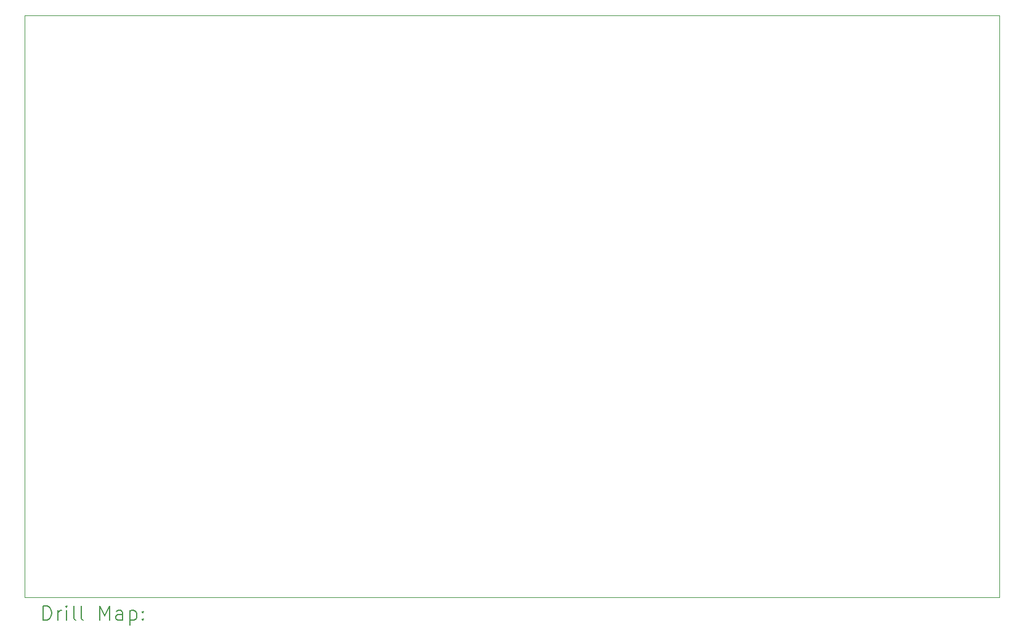
<source format=gbr>
%TF.GenerationSoftware,KiCad,Pcbnew,(6.0.8)*%
%TF.CreationDate,2022-10-31T04:01:03-03:00*%
%TF.ProjectId,pwr_mgmt,7077725f-6d67-46d7-942e-6b696361645f,0*%
%TF.SameCoordinates,Original*%
%TF.FileFunction,Drillmap*%
%TF.FilePolarity,Positive*%
%FSLAX45Y45*%
G04 Gerber Fmt 4.5, Leading zero omitted, Abs format (unit mm)*
G04 Created by KiCad (PCBNEW (6.0.8)) date 2022-10-31 04:01:03*
%MOMM*%
%LPD*%
G01*
G04 APERTURE LIST*
%ADD10C,0.100000*%
%ADD11C,0.200000*%
G04 APERTURE END LIST*
D10*
X11100000Y-8000000D02*
X24500000Y-8000000D01*
X24500000Y-8000000D02*
X24500000Y-16000000D01*
X24500000Y-16000000D02*
X11100000Y-16000000D01*
X11100000Y-16000000D02*
X11100000Y-8000000D01*
D11*
X11352619Y-16315476D02*
X11352619Y-16115476D01*
X11400238Y-16115476D01*
X11428809Y-16125000D01*
X11447857Y-16144048D01*
X11457381Y-16163095D01*
X11466905Y-16201190D01*
X11466905Y-16229762D01*
X11457381Y-16267857D01*
X11447857Y-16286905D01*
X11428809Y-16305952D01*
X11400238Y-16315476D01*
X11352619Y-16315476D01*
X11552619Y-16315476D02*
X11552619Y-16182143D01*
X11552619Y-16220238D02*
X11562143Y-16201190D01*
X11571667Y-16191667D01*
X11590714Y-16182143D01*
X11609762Y-16182143D01*
X11676428Y-16315476D02*
X11676428Y-16182143D01*
X11676428Y-16115476D02*
X11666905Y-16125000D01*
X11676428Y-16134524D01*
X11685952Y-16125000D01*
X11676428Y-16115476D01*
X11676428Y-16134524D01*
X11800238Y-16315476D02*
X11781190Y-16305952D01*
X11771667Y-16286905D01*
X11771667Y-16115476D01*
X11905000Y-16315476D02*
X11885952Y-16305952D01*
X11876428Y-16286905D01*
X11876428Y-16115476D01*
X12133571Y-16315476D02*
X12133571Y-16115476D01*
X12200238Y-16258333D01*
X12266905Y-16115476D01*
X12266905Y-16315476D01*
X12447857Y-16315476D02*
X12447857Y-16210714D01*
X12438333Y-16191667D01*
X12419286Y-16182143D01*
X12381190Y-16182143D01*
X12362143Y-16191667D01*
X12447857Y-16305952D02*
X12428809Y-16315476D01*
X12381190Y-16315476D01*
X12362143Y-16305952D01*
X12352619Y-16286905D01*
X12352619Y-16267857D01*
X12362143Y-16248809D01*
X12381190Y-16239286D01*
X12428809Y-16239286D01*
X12447857Y-16229762D01*
X12543095Y-16182143D02*
X12543095Y-16382143D01*
X12543095Y-16191667D02*
X12562143Y-16182143D01*
X12600238Y-16182143D01*
X12619286Y-16191667D01*
X12628809Y-16201190D01*
X12638333Y-16220238D01*
X12638333Y-16277381D01*
X12628809Y-16296428D01*
X12619286Y-16305952D01*
X12600238Y-16315476D01*
X12562143Y-16315476D01*
X12543095Y-16305952D01*
X12724048Y-16296428D02*
X12733571Y-16305952D01*
X12724048Y-16315476D01*
X12714524Y-16305952D01*
X12724048Y-16296428D01*
X12724048Y-16315476D01*
X12724048Y-16191667D02*
X12733571Y-16201190D01*
X12724048Y-16210714D01*
X12714524Y-16201190D01*
X12724048Y-16191667D01*
X12724048Y-16210714D01*
M02*

</source>
